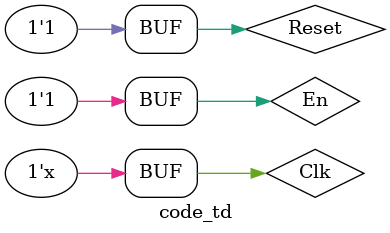
<source format=v>
`timescale 1ns / 1ps


module code_td;

	// Inputs
	reg Clk;
	reg Slt;
	reg Reset;
	reg En;

	// Outputs
	wire [63:0] Output0;
	wire [63:0] Output1;

	// Instantiate the Unit Under Test (UUT)
	code uut (
		.Clk(Clk), 
		.Slt(Slt), 
		.Reset(Reset), 
		.En(En), 
		.Output0(Output0), 
		.Output1(Output1)
	);

	initial begin
		// Initialize Inputs
		Clk = 0;
		Slt = 0;
		Reset = 0;
		En = 0;
		#200 En = 1;
		#500 Reset = 1;
		end
		always #10 Clk = ~ Clk;
      always@(posedge Clk) Slt = ~ Slt;
endmodule


</source>
